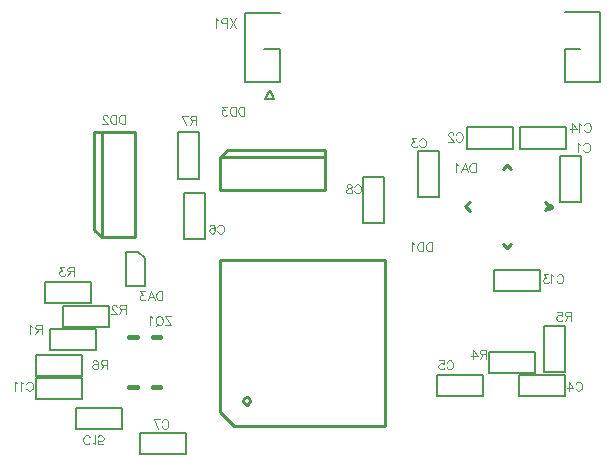
<source format=gbo>
G04 Rezonit PCAD EXPORT*
G04 layer position = 5*
G04 layer base position = 5*
G04 layer type = 7*
G04 layer flash color = 13*
G04 layer line color = 13*
G04*
G04  File:            M_RPL_9092_R1.GBO, Thu Sep 14 14:30:10 2023*
G04  Source:          P-CAD 2006 PCB, Version 19.02.958, (S:\Ïðîåêòû\GIT\R_DX_DXE_âçðûâîçàùèùåííûé_ïóëüò\Pcb\Pcad\M_Rpl_9092_r1.pcb)*
G04  Format:          Gerber Format (RS-274-D), ASCII*
G04*
G04  Format Options:  Absolute Positioning*
G04                   Leading-Zero Suppression*
G04                   Scale Factor 1:1*
G04                   NO Circular Interpolation*
G04                   Millimeter Units*
G04                   Numeric Format: 4.4 (XXXX.XXXX)*
G04                   G54 NOT Used for Aperture Change*
G04                   Apertures Embedded*
G04*
G04  File Options:    Offset = (0.000mm,0.000mm)*
G04                   Drill Symbol Size = 0.000mm*
G04                   No Pad/Via Holes*
G04*
G04  File Contents:   No Pads*
G04                   No Vias*
G04                   Designators*
G04                   No Types*
G04                   No Values*
G04                   No Drill Symbols*
G04                   Bot Silk*
G04*
%INM_RPL_9092_R1.GBO*%
%ICAS*%
%MOMM*%
G04*
G04  Aperture MACROs for general use --- invoked via D-code assignment *
G04*
G04  General MACRO for flashed round with rotation and/or offset hole *
%AMROTOFFROUND*
1,1,$1,0.0000,0.0000*
1,0,$2,$3,$4*%
G04*
G04  General MACRO for flashed oval (obround) with rotation and/or offset hole *
%AMROTOFFOVAL*
21,1,$1,$2,0.0000,0.0000,$3*
1,1,$4,$5,$6*
1,1,$4,0-$5,0-$6*
1,0,$7,$8,$9*%
G04*
G04  General MACRO for flashed oval (obround) with rotation and no hole *
%AMROTOVALNOHOLE*
21,1,$1,$2,0.0000,0.0000,$3*
1,1,$4,$5,$6*
1,1,$4,0-$5,0-$6*%
G04*
G04  General MACRO for flashed rectangle with rotation and/or offset hole *
%AMROTOFFRECT*
21,1,$1,$2,0.0000,0.0000,$3*
1,0,$4,$5,$6*%
G04*
G04  General MACRO for flashed rectangle with rotation and no hole *
%AMROTRECTNOHOLE*
21,1,$1,$2,0.0000,0.0000,$3*%
G04*
G04  General MACRO for flashed rounded-rectangle *
%AMROUNDRECT*
21,1,$1,$2-$4,0.0000,0.0000,$3*
21,1,$1-$4,$2,0.0000,0.0000,$3*
1,1,$4,$5,$6*
1,1,$4,$7,$8*
1,1,$4,0-$5,0-$6*
1,1,$4,0-$7,0-$8*
1,0,$9,$10,$11*%
G04*
G04  General MACRO for flashed rounded-rectangle with rotation and no hole *
%AMROUNDRECTNOHOLE*
21,1,$1,$2-$4,0.0000,0.0000,$3*
21,1,$1-$4,$2,0.0000,0.0000,$3*
1,1,$4,$5,$6*
1,1,$4,$7,$8*
1,1,$4,0-$5,0-$6*
1,1,$4,0-$7,0-$8*%
G04*
G04  General MACRO for flashed regular polygon *
%AMREGPOLY*
5,1,$1,0.0000,0.0000,$2,$3+$4*
1,0,$5,$6,$7*%
G04*
G04  General MACRO for flashed regular polygon with no hole *
%AMREGPOLYNOHOLE*
5,1,$1,0.0000,0.0000,$2,$3+$4*%
G04*
G04  General MACRO for target *
%AMTARGET*
6,0,0,$1,$2,$3,4,$4,$5,$6*%
G04*
G04  General MACRO for mounting hole *
%AMMTHOLE*
1,1,$1,0,0*
1,0,$2,0,0*
$1=$1-$2*
$1=$1/2*
21,1,$2+$1,$3,0,0,$4*
21,1,$3,$2+$1,0,0,$4*%
G04*
G04*
G04  D10 : "Ellipse X0.001mm Y0.001mm H0.000mm 0.0deg (0.000mm,0.000mm) Draw"*
G04  Disc: OuterDia=0.0010*
%ADD10C, 0.0010*%
G04  D11 : "Ellipse X0.254mm Y0.254mm H0.000mm 0.0deg (0.000mm,0.000mm) Draw"*
G04  Disc: OuterDia=0.2540*
%ADD11C, 0.2540*%
G04  D12 : "Ellipse X0.381mm Y0.381mm H0.000mm 0.0deg (0.000mm,0.000mm) Draw"*
G04  Disc: OuterDia=0.3810*
%ADD12C, 0.3810*%
G04  D13 : "Ellipse X0.400mm Y0.400mm H0.000mm 0.0deg (0.000mm,0.000mm) Draw"*
G04  Disc: OuterDia=0.4000*
%ADD13C, 0.4000*%
G04  D14 : "Ellipse X0.100mm Y0.100mm H0.000mm 0.0deg (0.000mm,0.000mm) Draw"*
G04  Disc: OuterDia=0.1000*
%ADD14C, 0.1000*%
G04  D15 : "Ellipse X1.000mm Y1.000mm H0.000mm 0.0deg (0.000mm,0.000mm) Draw"*
G04  Disc: OuterDia=1.0000*
%ADD15C, 1.0000*%
G04  D16 : "Ellipse X0.127mm Y0.127mm H0.000mm 0.0deg (0.000mm,0.000mm) Draw"*
G04  Disc: OuterDia=0.1270*
%ADD16C, 0.1270*%
G04  D17 : "Ellipse X0.150mm Y0.150mm H0.000mm 0.0deg (0.000mm,0.000mm) Draw"*
G04  Disc: OuterDia=0.1500*
%ADD17C, 0.1500*%
G04  D18 : "Ellipse X0.154mm Y0.154mm H0.000mm 0.0deg (0.000mm,0.000mm) Draw"*
G04  Disc: OuterDia=0.1540*
%ADD18C, 0.1540*%
G04  D19 : "Ellipse X0.200mm Y0.200mm H0.000mm 0.0deg (0.000mm,0.000mm) Draw"*
G04  Disc: OuterDia=0.2000*
%ADD19C, 0.2000*%
G04  D20 : "Ellipse X0.250mm Y0.250mm H0.000mm 0.0deg (0.000mm,0.000mm) Draw"*
G04  Disc: OuterDia=0.2500*
%ADD20C, 0.2500*%
G04  D21 : "Ellipse X3.152mm Y3.152mm H0.000mm 0.0deg (0.000mm,0.000mm) Flash"*
G04  Disc: OuterDia=3.1520*
%ADD21C, 3.1520*%
G04  D22 : "Ellipse X0.952mm Y0.952mm H0.000mm 0.0deg (0.000mm,0.000mm) Flash"*
G04  Disc: OuterDia=0.9520*
%ADD22C, 0.9520*%
G04  D23 : "Ellipse X1.524mm Y1.524mm H0.000mm 0.0deg (0.000mm,0.000mm) Flash"*
G04  Disc: OuterDia=1.5240*
%ADD23C, 1.5240*%
G04  D24 : "Ellipse X1.600mm Y1.600mm H0.000mm 0.0deg (0.000mm,0.000mm) Flash"*
G04  Disc: OuterDia=1.6000*
%ADD24C, 1.6000*%
G04  D25 : "Ellipse X1.676mm Y1.676mm H0.000mm 0.0deg (0.000mm,0.000mm) Flash"*
G04  Disc: OuterDia=1.6760*
%ADD25C, 1.6760*%
G04  D26 : "Ellipse X1.752mm Y1.752mm H0.000mm 0.0deg (0.000mm,0.000mm) Flash"*
G04  Disc: OuterDia=1.7520*
%ADD26C, 1.7520*%
G04  D27 : "Mounting Hole X3.000mm Y3.000mm H0.000mm 0.0deg (0.000mm,0.000mm) Flash"*
G04  Mounting Hole: Diameter=3.0000, Rotation=0.0, LineWidth=0.1270 *
%ADD27MTHOLE, 3.0000 X2.4920 X0.1270 X0.0*%
G04  D28 : "Mounting Hole X0.800mm Y0.800mm H0.000mm 0.0deg (0.000mm,0.000mm) Flash"*
G04  Mounting Hole: Diameter=0.8000, Rotation=0.0, LineWidth=0.1270 *
%ADD28MTHOLE, 0.8000 X0.2920 X0.1270 X0.0*%
G04  D29 : "Oval X0.500mm Y2.600mm H0.000mm 0.0deg (0.000mm,0.000mm) Flash"*
G04  Obround: DimX=0.5000, DimY=2.6000, Rotation=0.0, OffsetX=0.0000, OffsetY=0.0000, HoleDia=0.0000 *
%ADD29O, 0.5000 X2.6000*%
G04  D30 : "Oval X0.652mm Y2.752mm H0.000mm 0.0deg (0.000mm,0.000mm) Flash"*
G04  Obround: DimX=0.6520, DimY=2.7520, Rotation=0.0, OffsetX=0.0000, OffsetY=0.0000, HoleDia=0.0000 *
%ADD30O, 0.6520 X2.7520*%
G04  D31 : "Oval X0.280mm Y1.000mm H0.000mm 135.0deg (0.000mm,0.000mm) Flash"*
G04  Obround: DimX=0.2800, DimY=1.0000, Rotation=135.0, OffsetX=0.0000, OffsetY=0.0000, HoleDia=0.0000 *
%ADD31ROTOVALNOHOLE, 0.2800 X0.7200 X135.0 X0.2800 X0.2546 X0.2546*%
G04  D32 : "Oval X0.280mm Y1.000mm H0.000mm 225.0deg (0.000mm,0.000mm) Flash"*
G04  Obround: DimX=0.2800, DimY=1.0000, Rotation=225.0, OffsetX=0.0000, OffsetY=0.0000, HoleDia=0.0000 *
%ADD32ROTOVALNOHOLE, 0.2800 X0.7200 X225.0 X0.2800 X-0.2546 X0.2546*%
G04  D33 : "Oval X0.432mm Y1.152mm H0.000mm 135.0deg (0.000mm,0.000mm) Flash"*
G04  Obround: DimX=0.4320, DimY=1.1520, Rotation=135.0, OffsetX=0.0000, OffsetY=0.0000, HoleDia=0.0000 *
%ADD33ROTOVALNOHOLE, 0.4320 X0.7200 X135.0 X0.4320 X0.2546 X0.2546*%
G04  D34 : "Oval X0.432mm Y1.152mm H0.000mm 225.0deg (0.000mm,0.000mm) Flash"*
G04  Obround: DimX=0.4320, DimY=1.1520, Rotation=225.0, OffsetX=0.0000, OffsetY=0.0000, HoleDia=0.0000 *
%ADD34ROTOVALNOHOLE, 0.4320 X0.7200 X225.0 X0.4320 X-0.2546 X0.2546*%
G04  D35 : "Oval X2.032mm Y0.660mm H0.000mm 0.0deg (0.000mm,0.000mm) Flash"*
G04  Obround: DimX=2.0320, DimY=0.6604, Rotation=0.0, OffsetX=0.0000, OffsetY=0.0000, HoleDia=0.0000 *
%ADD35O, 2.0320 X0.6604*%
G04  D36 : "Oval X0.660mm Y2.032mm H0.000mm 0.0deg (0.000mm,0.000mm) Flash"*
G04  Obround: DimX=0.6604, DimY=2.0320, Rotation=0.0, OffsetX=0.0000, OffsetY=0.0000, HoleDia=0.0000 *
%ADD36O, 0.6604 X2.0320*%
G04  D37 : "Oval X2.184mm Y0.812mm H0.000mm 0.0deg (0.000mm,0.000mm) Flash"*
G04  Obround: DimX=2.1840, DimY=0.8124, Rotation=0.0, OffsetX=0.0000, OffsetY=0.0000, HoleDia=0.0000 *
%ADD37O, 2.1840 X0.8124*%
G04  D38 : "Oval X0.812mm Y2.184mm H0.000mm 0.0deg (0.000mm,0.000mm) Flash"*
G04  Obround: DimX=0.8124, DimY=2.1840, Rotation=0.0, OffsetX=0.0000, OffsetY=0.0000, HoleDia=0.0000 *
%ADD38O, 0.8124 X2.1840*%
G04  D39 : "Rounded Rectangle X3.200mm Y3.200mm H0.000mm 225.0deg (0.000mm,0.000mm) Flash"*
G04  RoundRct: DimX=3.2000, DimY=3.2000, CornerRad=0.8000, Rotation=225.0, OffsetX=0.0000, OffsetY=0.0000, HoleDia=0.0000 *
%ADD39ROUNDRECTNOHOLE, 3.2000 X3.2000 X225.0 X1.6000 X0.0000 X1.1314 X1.1314 X-0.0000*%
G04  D40 : "Rounded Rectangle X3.352mm Y3.352mm H0.000mm 225.0deg (0.000mm,0.000mm) Flash"*
G04  RoundRct: DimX=3.3520, DimY=3.3520, CornerRad=0.8380, Rotation=225.0, OffsetX=0.0000, OffsetY=0.0000, HoleDia=0.0000 *
%ADD40ROUNDRECTNOHOLE, 3.3520 X3.3520 X225.0 X1.6760 X0.0000 X1.1851 X1.1851 X-0.0000*%
G04  D41 : "Rounded Rectangle X1.500mm Y0.660mm H0.000mm 0.0deg (0.000mm,0.000mm) Flash"*
G04  RoundRct: DimX=1.5000, DimY=0.6604, CornerRad=0.1651, Rotation=0.0, OffsetX=0.0000, OffsetY=0.0000, HoleDia=0.0000 *
%ADD41ROUNDRECTNOHOLE, 1.5000 X0.6604 X0.0 X0.3302 X-0.5849 X-0.1651 X-0.5849 X0.1651*%
G04  D42 : "Rounded Rectangle X1.652mm Y0.812mm H0.000mm 0.0deg (0.000mm,0.000mm) Flash"*
G04  RoundRct: DimX=1.6520, DimY=0.8124, CornerRad=0.2031, Rotation=0.0, OffsetX=0.0000, OffsetY=0.0000, HoleDia=0.0000 *
%ADD42ROUNDRECTNOHOLE, 1.6520 X0.8124 X0.0 X0.4062 X-0.6229 X-0.2031 X-0.6229 X0.2031*%
G04  D43 : "Rectangle X0.500mm Y2.600mm H0.000mm 0.0deg (0.000mm,0.000mm) Flash"*
G04  Rectangular: DimX=0.5000, DimY=2.6000, Rotation=0.0, OffsetX=0.0000, OffsetY=0.0000, HoleDia=0.0000 *
%ADD43R, 0.5000 X2.6000*%
G04  D44 : "Rectangle X0.652mm Y2.752mm H0.000mm 0.0deg (0.000mm,0.000mm) Flash"*
G04  Rectangular: DimX=0.6520, DimY=2.7520, Rotation=0.0, OffsetX=0.0000, OffsetY=0.0000, HoleDia=0.0000 *
%ADD44R, 0.6520 X2.7520*%
G04  D45 : "Rectangle X0.280mm Y1.000mm H0.000mm 225.0deg (0.000mm,0.000mm) Flash"*
G04  Rectangular: DimX=0.2800, DimY=1.0000, Rotation=225.0, OffsetX=0.0000, OffsetY=0.0000, HoleDia=0.0000 *
%ADD45ROTRECTNOHOLE, 0.2800 X1.0000 X225.0*%
G04  D46 : "Rectangle X2.150mm Y3.500mm H0.000mm 0.0deg (0.000mm,0.000mm) Flash"*
G04  Rectangular: DimX=2.1500, DimY=3.5000, Rotation=0.0, OffsetX=0.0000, OffsetY=0.0000, HoleDia=0.0000 *
%ADD46R, 2.1500 X3.5000*%
G04  D47 : "Rectangle X2.302mm Y3.652mm H0.000mm 0.0deg (0.000mm,0.000mm) Flash"*
G04  Rectangular: DimX=2.3020, DimY=3.6520, Rotation=0.0, OffsetX=0.0000, OffsetY=0.0000, HoleDia=0.0000 *
%ADD47R, 2.3020 X3.6520*%
G04  D48 : "Rectangle X0.402mm Y1.752mm H0.000mm 0.0deg (0.000mm,0.000mm) Flash"*
G04  Rectangular: DimX=0.4020, DimY=1.7520, Rotation=0.0, OffsetX=0.0000, OffsetY=0.0000, HoleDia=0.0000 *
%ADD48R, 0.4020 X1.7520*%
G04  D49 : "Rectangle X1.752mm Y0.402mm H0.000mm 0.0deg (0.000mm,0.000mm) Flash"*
G04  Rectangular: DimX=1.7520, DimY=0.4020, Rotation=0.0, OffsetX=0.0000, OffsetY=0.0000, HoleDia=0.0000 *
%ADD49R, 1.7520 X0.4020*%
G04  D50 : "Rectangle X0.432mm Y1.152mm H0.000mm 225.0deg (0.000mm,0.000mm) Flash"*
G04  Rectangular: DimX=0.4320, DimY=1.1520, Rotation=225.0, OffsetX=0.0000, OffsetY=0.0000, HoleDia=0.0000 *
%ADD50ROTRECTNOHOLE, 0.4320 X1.1520 X225.0*%
G04  D51 : "Rectangle X1.100mm Y4.600mm H0.000mm 0.0deg (0.000mm,0.000mm) Flash"*
G04  Rectangular: DimX=1.1000, DimY=4.6000, Rotation=0.0, OffsetX=0.0000, OffsetY=0.0000, HoleDia=0.0000 *
%ADD51R, 1.1000 X4.6000*%
G04  D52 : "Rectangle X1.252mm Y4.752mm H0.000mm 0.0deg (0.000mm,0.000mm) Flash"*
G04  Rectangular: DimX=1.2520, DimY=4.7520, Rotation=0.0, OffsetX=0.0000, OffsetY=0.0000, HoleDia=0.0000 *
%ADD52R, 1.2520 X4.7520*%
G04  D53 : "Rectangle X1.100mm Y1.200mm H0.000mm 0.0deg (0.000mm,0.000mm) Flash"*
G04  Rectangular: DimX=1.1000, DimY=1.2000, Rotation=0.0, OffsetX=0.0000, OffsetY=0.0000, HoleDia=0.0000 *
%ADD53R, 1.1000 X1.2000*%
G04  D54 : "Rectangle X1.200mm Y1.100mm H0.000mm 0.0deg (0.000mm,0.000mm) Flash"*
G04  Rectangular: DimX=1.2000, DimY=1.1000, Rotation=0.0, OffsetX=0.0000, OffsetY=0.0000, HoleDia=0.0000 *
%ADD54R, 1.2000 X1.1000*%
G04  D55 : "Rectangle X2.150mm Y1.100mm H0.000mm 0.0deg (0.000mm,0.000mm) Flash"*
G04  Rectangular: DimX=2.1500, DimY=1.1000, Rotation=0.0, OffsetX=0.0000, OffsetY=0.0000, HoleDia=0.0000 *
%ADD55R, 2.1500 X1.1000*%
G04  D56 : "Rectangle X2.150mm Y1.100mm H0.000mm 0.0deg (0.000mm,0.000mm) Flash"*
G04  Rectangular: DimX=2.1500, DimY=1.1000, Rotation=0.0, OffsetX=0.0000, OffsetY=0.0000, HoleDia=0.0000 *
%ADD56R, 2.1500 X1.1000*%
G04  D57 : "Rectangle X1.200mm Y1.200mm H0.000mm 0.0deg (0.000mm,0.000mm) Flash"*
G04  Square: Side=1.2000, Rotation=0.0, OffsetX=0.0000, OffsetY=0.0000, HoleDia=0.0000*
%ADD57R, 1.2000 X1.2000*%
G04  D58 : "Rectangle X1.252mm Y1.352mm H0.000mm 0.0deg (0.000mm,0.000mm) Flash"*
G04  Rectangular: DimX=1.2520, DimY=1.3520, Rotation=0.0, OffsetX=0.0000, OffsetY=0.0000, HoleDia=0.0000 *
%ADD58R, 1.2520 X1.3520*%
G04  D59 : "Rectangle X1.352mm Y1.252mm H0.000mm 0.0deg (0.000mm,0.000mm) Flash"*
G04  Rectangular: DimX=1.3520, DimY=1.2520, Rotation=0.0, OffsetX=0.0000, OffsetY=0.0000, HoleDia=0.0000 *
%ADD59R, 1.3520 X1.2520*%
G04  D60 : "Rectangle X2.302mm Y1.252mm H0.000mm 0.0deg (0.000mm,0.000mm) Flash"*
G04  Rectangular: DimX=2.3020, DimY=1.2520, Rotation=0.0, OffsetX=0.0000, OffsetY=0.0000, HoleDia=0.0000 *
%ADD60R, 2.3020 X1.2520*%
G04  D61 : "Rectangle X2.302mm Y1.252mm H0.000mm 0.0deg (0.000mm,0.000mm) Flash"*
G04  Rectangular: DimX=2.3020, DimY=1.2520, Rotation=0.0, OffsetX=0.0000, OffsetY=0.0000, HoleDia=0.0000 *
%ADD61R, 2.3020 X1.2520*%
G04  D62 : "Rectangle X1.352mm Y1.352mm H0.000mm 0.0deg (0.000mm,0.000mm) Flash"*
G04  Square: Side=1.3520, Rotation=0.0, OffsetX=0.0000, OffsetY=0.0000, HoleDia=0.0000*
%ADD62R, 1.3520 X1.3520*%
G04  D63 : "Rectangle X1.500mm Y0.660mm H0.000mm 0.0deg (0.000mm,0.000mm) Flash"*
G04  Rectangular: DimX=1.5000, DimY=0.6604, Rotation=0.0, OffsetX=0.0000, OffsetY=0.0000, HoleDia=0.0000 *
%ADD63R, 1.5000 X0.6604*%
G04  D64 : "Rectangle X1.600mm Y1.600mm H0.000mm 0.0deg (0.000mm,0.000mm) Flash"*
G04  Square: Side=1.6000, Rotation=0.0, OffsetX=0.0000, OffsetY=0.0000, HoleDia=0.0000*
%ADD64R, 1.6000 X1.6000*%
G04  D65 : "Rectangle X1.652mm Y0.812mm H0.000mm 0.0deg (0.000mm,0.000mm) Flash"*
G04  Rectangular: DimX=1.6520, DimY=0.8124, Rotation=0.0, OffsetX=0.0000, OffsetY=0.0000, HoleDia=0.0000 *
%ADD65R, 1.6520 X0.8124*%
G04  D66 : "Rectangle X1.752mm Y1.752mm H0.000mm 0.0deg (0.000mm,0.000mm) Flash"*
G04  Square: Side=1.7520, Rotation=0.0, OffsetX=0.0000, OffsetY=0.0000, HoleDia=0.0000*
%ADD66R, 1.7520 X1.7520*%
G04  D67 : "Rectangle X2.032mm Y0.660mm H0.000mm 0.0deg (0.000mm,0.000mm) Flash"*
G04  Rectangular: DimX=2.0320, DimY=0.6604, Rotation=0.0, OffsetX=0.0000, OffsetY=0.0000, HoleDia=0.0000 *
%ADD67R, 2.0320 X0.6604*%
G04  D68 : "Rectangle X0.660mm Y2.032mm H0.000mm 0.0deg (0.000mm,0.000mm) Flash"*
G04  Rectangular: DimX=0.6604, DimY=2.0320, Rotation=0.0, OffsetX=0.0000, OffsetY=0.0000, HoleDia=0.0000 *
%ADD68R, 0.6604 X2.0320*%
G04  D69 : "Rectangle X2.184mm Y0.812mm H0.000mm 0.0deg (0.000mm,0.000mm) Flash"*
G04  Rectangular: DimX=2.1840, DimY=0.8124, Rotation=0.0, OffsetX=0.0000, OffsetY=0.0000, HoleDia=0.0000 *
%ADD69R, 2.1840 X0.8124*%
G04  D70 : "Rectangle X0.812mm Y2.184mm H0.000mm 0.0deg (0.000mm,0.000mm) Flash"*
G04  Rectangular: DimX=0.8124, DimY=2.1840, Rotation=0.0, OffsetX=0.0000, OffsetY=0.0000, HoleDia=0.0000 *
%ADD70R, 0.8124 X2.1840*%
G04  D71 : "Rectangle X1.600mm Y2.200mm H0.000mm 0.0deg (0.000mm,0.000mm) Flash"*
G04  Rectangular: DimX=1.6000, DimY=2.2000, Rotation=0.0, OffsetX=0.0000, OffsetY=0.0000, HoleDia=0.0000 *
%ADD71R, 1.6000 X2.2000*%
G04  D72 : "Rectangle X0.250mm Y1.600mm H0.000mm 0.0deg (0.000mm,0.000mm) Flash"*
G04  Rectangular: DimX=0.2500, DimY=1.6000, Rotation=0.0, OffsetX=0.0000, OffsetY=0.0000, HoleDia=0.0000 *
%ADD72R, 0.2500 X1.6000*%
G04  D73 : "Rectangle X1.600mm Y0.250mm H0.000mm 0.0deg (0.000mm,0.000mm) Flash"*
G04  Rectangular: DimX=1.6000, DimY=0.2500, Rotation=0.0, OffsetX=0.0000, OffsetY=0.0000, HoleDia=0.0000 *
%ADD73R, 1.6000 X0.2500*%
G04  D74 : "Rectangle X1.800mm Y2.400mm H0.000mm 0.0deg (0.000mm,0.000mm) Flash"*
G04  Rectangular: DimX=1.8000, DimY=2.4000, Rotation=0.0, OffsetX=0.0000, OffsetY=0.0000, HoleDia=0.0000 *
%ADD74R, 1.8000 X2.4000*%
G04  D75 : "Ellipse X1.000mm Y1.000mm H0.000mm 0.0deg (0.000mm,0.000mm) Flash"*
G04  Disc: OuterDia=1.0000*
%ADD75C, 1.0000*%
G04  D76 : "Ellipse X1.152mm Y1.152mm H0.000mm 0.0deg (0.000mm,0.000mm) Flash"*
G04  Disc: OuterDia=1.1520*
%ADD76C, 1.1520*%
G04*
%FSLAX44Y44*%
%SFA1B1*%
%OFA0.000B0.000*%
G04*
G71*
G90*
G01*
D2*
%LNBot Silk*%
D17*
X6688500Y10188000*
Y10206000D1*
X6649500D2*
Y10188000D1*
X6688500*
Y10206000D2*
X6649500D1*
D2*
D14*
X6641642Y10200682*
X6642007Y10201412D1*
X6642738Y10202142*
X6643468Y10202507*
X6644928*
X6645658Y10202142*
X6646388Y10201412*
X6646753Y10200682*
X6647118Y10199587*
Y10197761*
X6646753Y10196666*
X6646388Y10195936*
X6645658Y10195206*
X6644928Y10194841*
X6643468*
X6642738Y10195206*
X6642007Y10195936*
X6641642Y10196666*
X6638722Y10201047D2*
X6637992Y10201412D1*
X6636896Y10202507*
Y10194841*
X6633976Y10201047D2*
X6633246Y10201412D1*
X6632150Y10202507*
Y10194841*
D2*
D17*
X6661500Y10247000*
Y10229000D1*
X6700500D2*
Y10247000D1*
X6661500*
Y10229000D2*
X6700500D1*
D2*
D14*
X6654419Y10246915*
X6651104D1*
X6649999Y10247283*
X6649631Y10247651*
X6649263Y10248388*
Y10249125*
X6649631Y10249861*
X6649999Y10250229*
X6651104Y10250598*
X6654419*
Y10242863*
X6651841Y10246915D2*
X6649263Y10242863D1*
X6646316Y10249125D2*
X6645580Y10249493D1*
X6644475Y10250598*
Y10242863*
D2*
D17*
X6737940Y10159280*
Y10141280D1*
X6776940D2*
Y10159280D1*
X6737940*
Y10141280D2*
X6776940D1*
D2*
D14*
X6756366Y10168716*
X6756733Y10169449D1*
X6757466Y10170182*
X6758199Y10170548*
X6759665*
X6760398Y10170182*
X6761131Y10169449*
X6761498Y10168716*
X6761864Y10167616*
Y10165783*
X6761498Y10164684*
X6761131Y10163951*
X6760398Y10163218*
X6759665Y10162851*
X6758199*
X6757466Y10163218*
X6756733Y10163951*
X6756366Y10164684*
X6753067Y10162851D2*
X6749402Y10170548D1*
X6754533*
D2*
D17*
X6657500Y10287000*
Y10269000D1*
X6696500D2*
Y10287000D1*
X6657500*
Y10269000D2*
X6696500D1*
D2*
D14*
X6681498Y10295883*
X6678199D1*
X6677099Y10296249*
X6676733Y10296616*
X6676366Y10297349*
Y10298082*
X6676733Y10298815*
X6677099Y10299182*
X6678199Y10299548*
X6681498*
Y10291851*
X6678932Y10295883D2*
X6676366Y10291851D1*
X6673800Y10299548D2*
X6669768D1*
X6671968Y10296616*
X6670868*
X6670135Y10296249*
X6669768Y10295883*
X6669402Y10294783*
Y10294050*
X6669768Y10292951*
X6670501Y10292218*
X6671601Y10291851*
X6672701*
X6673800Y10292218*
X6674167Y10292584*
X6674533Y10293317*
D2*
D13*
X6754858Y10240272*
X6748858D1*
X6754858Y10198272D2*
X6748858D1*
X6734858Y10240272D2*
X6728858D1*
X6734858Y10198272D2*
X6728858D1*
D2*
D14*
X6763908Y10258013*
X6758811D1*
X6763908Y10250369*
X6758811*
X6754807Y10258013D2*
X6755535Y10257649D1*
X6756263Y10256921*
X6756627Y10256193*
X6756991Y10255101*
Y10253281*
X6756627Y10252189*
X6756263Y10251461*
X6755535Y10250733*
X6754807Y10250369*
X6753351*
X6752623Y10250733*
X6751895Y10251461*
X6751531Y10252189*
X6751167Y10253281*
Y10255101*
X6751531Y10256193*
X6751895Y10256921*
X6752623Y10257649*
X6753351Y10258013*
X6754807*
X6753715Y10251825D2*
X6751531Y10249641D1*
X6748255Y10256557D2*
X6747527Y10256921D1*
X6746435Y10258013*
Y10250369*
D2*
D18*
X6741888Y10283124*
Y10307000D1*
X6725886Y10283124D2*
X6741888D1*
X6725886Y10312080D2*
Y10283124D1*
X6741888Y10307000D2*
X6736300Y10312080D1*
X6725886*
D2*
D14*
X6756546Y10278996*
Y10271365D1*
X6754002*
X6752912Y10271728*
X6752185Y10272455*
X6751822Y10273182*
X6751458Y10274272*
Y10276089*
X6751822Y10277179*
X6752185Y10277906*
X6752912Y10278633*
X6754002Y10278996*
X6756546*
X6744554Y10271365D2*
X6747461Y10278996D1*
X6750368Y10271365*
X6749278Y10273909D2*
X6745644D1*
X6742010Y10278996D2*
X6738012D1*
X6740193Y10276089*
X6739103*
X6738376Y10275726*
X6738012Y10275362*
X6737649Y10274272*
Y10273545*
X6738012Y10272455*
X6738739Y10271728*
X6739829Y10271365*
X6740920*
X6742010Y10271728*
X6742373Y10272092*
X6742737Y10272818*
D2*
D17*
X7033500Y10228000*
Y10210000D1*
X7072500D2*
Y10228000D1*
X7033500*
Y10210000D2*
X7072500D1*
D2*
D14*
X7030677Y10225879*
X7027380D1*
X7026281Y10226245*
X7025915Y10226611*
X7025549Y10227344*
Y10228076*
X7025915Y10228809*
X7026281Y10229175*
X7027380Y10229542*
X7030677*
Y10221849*
X7028113Y10225879D2*
X7025549Y10221849D1*
X7020054D2*
Y10229542D1*
X7023717Y10224413*
X7018223*
D2*
D17*
X6973000Y10358500*
X6991000D1*
Y10397500D2*
X6973000D1*
Y10358500*
X6991000D2*
Y10397500D1*
D2*
D14*
X6974366Y10406716*
X6974733Y10407449D1*
X6975466Y10408182*
X6976199Y10408548*
X6977665*
X6978398Y10408182*
X6979131Y10407449*
X6979498Y10406716*
X6979864Y10405616*
Y10403783*
X6979498Y10402684*
X6979131Y10401951*
X6978398Y10401218*
X6977665Y10400851*
X6976199*
X6975466Y10401218*
X6974733Y10401951*
X6974366Y10402684*
X6971800Y10408548D2*
X6967768D1*
X6969968Y10405616*
X6968868*
X6968135Y10405249*
X6967768Y10404883*
X6967402Y10403783*
Y10403050*
X6967768Y10401951*
X6968501Y10401218*
X6969601Y10400851*
X6970701*
X6971800Y10401218*
X6972167Y10401584*
X6972533Y10402317*
D2*
D17*
X7093000Y10354500*
X7111000D1*
Y10393500D2*
X7093000D1*
Y10354500*
X7111000D2*
Y10393500D1*
D2*
D14*
X7113263Y10402756*
X7113631Y10403493D1*
X7114368Y10404229*
X7115104Y10404598*
X7116578*
X7117314Y10404229*
X7118051Y10403493*
X7118419Y10402756*
X7118787Y10401651*
Y10399810*
X7118419Y10398705*
X7118051Y10397968*
X7117314Y10397232*
X7116578Y10396863*
X7115104*
X7114368Y10397232*
X7113631Y10397968*
X7113263Y10398705*
X7110316Y10403125D2*
X7109580Y10403493D1*
X7108475Y10404598*
Y10396863*
D2*
D17*
X6683819Y10180044*
Y10162044D1*
X6722819D2*
Y10180044D1*
X6683819*
Y10162044D2*
X6722819D1*
D2*
D14*
X6695268Y10151338*
X6694904Y10150610D1*
X6694176Y10149882*
X6693448Y10149518*
X6691991*
X6691263Y10149882*
X6690535Y10150610*
X6690170Y10151338*
X6689806Y10152431*
Y10154252*
X6690170Y10155344*
X6690535Y10156072*
X6691263Y10156801*
X6691991Y10157165*
X6693448*
X6694176Y10156801*
X6694904Y10156072*
X6695268Y10155344*
X6698182Y10150974D2*
X6698910Y10150610D1*
X6700002Y10149518*
Y10157165*
X6706193Y10149518D2*
X6702551D1*
X6702187Y10152795*
X6702551Y10152431*
X6703644Y10152067*
X6704736*
X6705829Y10152431*
X6706557Y10153159*
X6706921Y10154252*
Y10154980*
X6706557Y10156072*
X6705829Y10156801*
X6704736Y10157165*
X6703644*
X6702551Y10156801*
X6702187Y10156437*
X6701823Y10155708*
D2*
D17*
X6672500Y10267000*
Y10249000D1*
X6711500D2*
Y10267000D1*
X6672500*
Y10249000D2*
X6711500D1*
D2*
D14*
X6725498Y10263883*
X6722199D1*
X6721099Y10264249*
X6720733Y10264616*
X6720366Y10265349*
Y10266082*
X6720733Y10266815*
X6721099Y10267182*
X6722199Y10267548*
X6725498*
Y10259851*
X6722932Y10263883D2*
X6720366Y10259851D1*
X6718167Y10265716D2*
Y10266082D1*
X6717800Y10266815*
X6717434Y10267182*
X6716701Y10267548*
X6715235*
X6714501Y10267182*
X6714135Y10266815*
X6713768Y10266082*
Y10265349*
X6714135Y10264616*
X6714868Y10263516*
X6718533Y10259851*
X6713402*
D2*
D17*
X6788000Y10413500*
X6770000D1*
Y10374500D2*
X6788000D1*
Y10413500*
X6770000D2*
Y10374500D1*
D2*
D14*
X6785498Y10423883*
X6782199D1*
X6781099Y10424249*
X6780733Y10424616*
X6780366Y10425349*
Y10426082*
X6780733Y10426815*
X6781099Y10427182*
X6782199Y10427548*
X6785498*
Y10419851*
X6782932Y10423883D2*
X6780366Y10419851D1*
X6777067D2*
X6773402Y10427548D1*
X6778533*
D2*
D17*
X7098862Y10399775*
Y10417775D1*
X7059862D2*
Y10399775D1*
X7098862*
Y10417775D2*
X7059862D1*
D2*
D14*
X7113912Y10419657*
X7114276Y10420385D1*
X7115004Y10421113*
X7115732Y10421478*
X7117188*
X7117916Y10421113*
X7118644Y10420385*
X7119008Y10419657*
X7119372Y10418565*
Y10416745*
X7119008Y10415653*
X7118644Y10414925*
X7117916Y10414197*
X7117188Y10413833*
X7115732*
X7115004Y10414197*
X7114276Y10414925*
X7113912Y10415653*
X7111000Y10420021D2*
X7110272Y10420385D1*
X7109179Y10421478*
Y10413833*
X7103719D2*
Y10421478D1*
X7107359Y10416381*
X7101899*
D2*
D17*
X6688500Y10207000*
Y10225000D1*
X6649500D2*
Y10207000D1*
X6688500*
Y10225000D2*
X6649500D1*
D2*
D14*
X6709498Y10216883*
X6706199D1*
X6705099Y10217249*
X6704733Y10217616*
X6704366Y10218349*
Y10219082*
X6704733Y10219815*
X6705099Y10220182*
X6706199Y10220548*
X6709498*
Y10212851*
X6706932Y10216883D2*
X6704366Y10212851D1*
X6697768Y10219449D2*
X6698135Y10220182D1*
X6699235Y10220548*
X6699968*
X6701067Y10220182*
X6701800Y10219082*
X6702167Y10217249*
Y10215417*
X6701800Y10213951*
X6701067Y10213218*
X6699968Y10212851*
X6699601*
X6698501Y10213218*
X6697768Y10213951*
X6697402Y10215050*
Y10215417*
X6697768Y10216516*
X6698501Y10217249*
X6699601Y10217616*
X6699968*
X6701067Y10217249*
X6701800Y10216516*
X6702167Y10215417*
D2*
D11*
X6817113Y10165174*
X6805113Y10177174D1*
X6828113Y10183174D2*
X6830234Y10184052D1*
X6831113Y10186174*
X6830234Y10188295*
X6828113Y10189174*
X6825991Y10188295*
X6825113Y10186174*
X6825991Y10184052*
X6828113Y10183174*
X6945113Y10165174D2*
X6817113D1*
X6945113Y10305174D2*
X6805113D1*
Y10177174*
X6945113Y10305174D2*
Y10165174D1*
D2*
D14*
X6985008Y10320478*
Y10312833D1*
X6982460*
X6981368Y10313197*
X6980640Y10313925*
X6980276Y10314653*
X6979912Y10315745*
Y10317565*
X6980276Y10318657*
X6980640Y10319385*
X6981368Y10320113*
X6982460Y10320478*
X6985008*
X6977728D2*
Y10312833D1*
X6975179*
X6974087Y10313197*
X6973359Y10313925*
X6972995Y10314653*
X6972631Y10315745*
Y10317565*
X6972995Y10318657*
X6973359Y10319385*
X6974087Y10320113*
X6975179Y10320478*
X6977728*
X6969719Y10319021D2*
X6968991Y10319385D1*
X6967899Y10320478*
Y10312833*
D2*
D17*
X7028500Y10190000*
Y10208000D1*
X6989500D2*
Y10190000D1*
X7028500*
Y10208000D2*
X6989500D1*
D2*
D14*
X6997366Y10218716*
X6997733Y10219449D1*
X6998466Y10220182*
X6999199Y10220548*
X7000665*
X7001398Y10220182*
X7002131Y10219449*
X7002498Y10218716*
X7002864Y10217616*
Y10215783*
X7002498Y10214684*
X7002131Y10213951*
X7001398Y10213218*
X7000665Y10212851*
X6999199*
X6998466Y10213218*
X6997733Y10213951*
X6997366Y10214684*
X6991135Y10220548D2*
X6994800D1*
X6995167Y10217249*
X6994800Y10217616*
X6993701Y10217983*
X6992601*
X6991501Y10217616*
X6990768Y10216883*
X6990402Y10215783*
Y10215050*
X6990768Y10213951*
X6991501Y10213218*
X6992601Y10212851*
X6993701*
X6994800Y10213218*
X6995167Y10213584*
X6995533Y10214317*
D2*
D17*
X6775000Y10323500*
X6793000D1*
Y10362500D2*
X6775000D1*
Y10323500*
X6793000D2*
Y10362500D1*
D2*
D14*
X6803366Y10333716*
X6803733Y10334449D1*
X6804466Y10335182*
X6805199Y10335548*
X6806665*
X6807398Y10335182*
X6808131Y10334449*
X6808498Y10333716*
X6808864Y10332616*
Y10330783*
X6808498Y10329684*
X6808131Y10328951*
X6807398Y10328218*
X6806665Y10327851*
X6805199*
X6804466Y10328218*
X6803733Y10328951*
X6803366Y10329684*
X6796768Y10334449D2*
X6797135Y10335182D1*
X6798235Y10335548*
X6798968*
X6800067Y10335182*
X6800800Y10334082*
X6801167Y10332249*
Y10330417*
X6800800Y10328951*
X6800067Y10328218*
X6798968Y10327851*
X6798601*
X6797501Y10328218*
X6796768Y10328951*
X6796402Y10330050*
Y10330417*
X6796768Y10331516*
X6797501Y10332249*
X6798601Y10332616*
X6798968*
X6800067Y10332249*
X6800800Y10331516*
X6801167Y10330417*
D2*
D17*
X6944574Y10376043*
X6926574D1*
Y10337043D2*
X6944574D1*
Y10376043*
X6926574D2*
Y10337043D1*
D2*
D14*
X6919366Y10367716*
X6919733Y10368449D1*
X6920466Y10369182*
X6921199Y10369548*
X6922665*
X6923398Y10369182*
X6924131Y10368449*
X6924498Y10367716*
X6924864Y10366616*
Y10364783*
X6924498Y10363684*
X6924131Y10362951*
X6923398Y10362218*
X6922665Y10361851*
X6921199*
X6920466Y10362218*
X6919733Y10362951*
X6919366Y10363684*
X6915701Y10369548D2*
X6916800Y10369182D1*
X6917167Y10368449*
Y10367716*
X6916800Y10366983*
X6916067Y10366616*
X6914601Y10366249*
X6913501Y10365883*
X6912768Y10365150*
X6912402Y10364417*
Y10363317*
X6912768Y10362584*
X6913135Y10362218*
X6914235Y10361851*
X6915701*
X6916800Y10362218*
X6917167Y10362584*
X6917533Y10363317*
Y10364417*
X6917167Y10365150*
X6916434Y10365883*
X6915334Y10366249*
X6913868Y10366616*
X6913135Y10366983*
X6912768Y10367716*
Y10368449*
X6913135Y10369182*
X6914235Y10369548*
X6915701*
D2*
D17*
X7058500Y10208000*
Y10190000D1*
X7097500D2*
Y10208000D1*
X7058500*
Y10190000D2*
X7097500D1*
D2*
D14*
X7106549Y10200710*
X7106915Y10201443D1*
X7107648Y10202175*
X7108380Y10202542*
X7109846*
X7110578Y10202175*
X7111311Y10201443*
X7111677Y10200710*
X7112043Y10199611*
Y10197780*
X7111677Y10196681*
X7111311Y10195948*
X7110578Y10195216*
X7109846Y10194849*
X7108380*
X7107648Y10195216*
X7106915Y10195948*
X7106549Y10196681*
X7101054Y10194849D2*
Y10202542D1*
X7104717Y10197413*
X7099223*
D2*
D17*
X7080000Y10210500*
X7098000D1*
Y10249500D2*
X7080000D1*
Y10210500*
X7098000D2*
Y10249500D1*
D2*
D14*
X7102498Y10257883*
X7099199D1*
X7098099Y10258249*
X7097733Y10258616*
X7097366Y10259349*
Y10260082*
X7097733Y10260815*
X7098099Y10261182*
X7099199Y10261548*
X7102498*
Y10253851*
X7099932Y10257883D2*
X7097366Y10253851D1*
X7091135Y10261548D2*
X7094800D1*
X7095167Y10258249*
X7094800Y10258616*
X7093701Y10258983*
X7092601*
X7091501Y10258616*
X7090768Y10257883*
X7090402Y10256783*
Y10256050*
X7090768Y10254951*
X7091501Y10254218*
X7092601Y10253851*
X7093701*
X7094800Y10254218*
X7095167Y10254584*
X7095533Y10255317*
D2*
D11*
X6812000Y10398840*
X6805650Y10392490D1*
X6894550*
Y10398840D2*
X6812000D1*
X6805650Y10364550D2*
X6894550D1*
Y10398840*
X6805650Y10392490D2*
Y10364550D1*
D2*
D14*
X6826082Y10435458*
Y10427828D1*
X6823539*
X6822449Y10428192*
X6821722Y10428918*
X6821359Y10429645*
X6820996Y10430735*
Y10432551*
X6821359Y10433641*
X6821722Y10434368*
X6822449Y10435094*
X6823539Y10435458*
X6826082*
X6818816D2*
Y10427828D1*
X6816273*
X6815183Y10428192*
X6814456Y10428918*
X6814093Y10429645*
X6813730Y10430735*
Y10432551*
X6814093Y10433641*
X6814456Y10434368*
X6815183Y10435094*
X6816273Y10435458*
X6818816*
X6811187D2*
X6807190D1*
X6809370Y10432551*
X6808280*
X6807554Y10432188*
X6807190Y10431825*
X6806827Y10430735*
Y10430008*
X6807190Y10428918*
X6807917Y10428192*
X6809007Y10427828*
X6810097*
X6811187Y10428192*
X6811550Y10428555*
X6811913Y10429282*
D2*
D17*
X7014484Y10417762*
Y10399762D1*
X7053484D2*
Y10417762D1*
X7014484*
Y10399762D2*
X7053484D1*
D2*
D14*
X7005366Y10411716*
X7005733Y10412449D1*
X7006466Y10413182*
X7007199Y10413548*
X7008665*
X7009398Y10413182*
X7010131Y10412449*
X7010498Y10411716*
X7010864Y10410616*
Y10408783*
X7010498Y10407684*
X7010131Y10406951*
X7009398Y10406218*
X7008665Y10405851*
X7007199*
X7006466Y10406218*
X7005733Y10406951*
X7005366Y10407684*
X7003167Y10411716D2*
Y10412082D1*
X7002800Y10412815*
X7002434Y10413182*
X7001701Y10413548*
X7000235*
X6999501Y10413182*
X6999135Y10412815*
X6998768Y10412082*
Y10411349*
X6999135Y10410616*
X6999868Y10409516*
X7003533Y10405851*
X6998402*
D2*
D17*
X7037500Y10297000*
Y10279000D1*
X7076500D2*
Y10297000D1*
X7037500*
Y10279000D2*
X7076500D1*
D2*
D14*
X7090731Y10291661*
X7091095Y10292389D1*
X7091823Y10293117*
X7092551Y10293481*
X7094008*
X7094736Y10293117*
X7095465Y10292389*
X7095829Y10291661*
X7096193Y10290568*
Y10288747*
X7095829Y10287655*
X7095465Y10286927*
X7094736Y10286198*
X7094008Y10285834*
X7092551*
X7091823Y10286198*
X7091095Y10286927*
X7090731Y10287655*
X7087818Y10292025D2*
X7087089Y10292389D1*
X7085997Y10293481*
Y10285834*
X7083448Y10293481D2*
X7079442D1*
X7081627Y10290568*
X7080535*
X7079806Y10290204*
X7079442Y10289840*
X7079078Y10288747*
Y10288019*
X7079442Y10286927*
X7080171Y10286198*
X7081263Y10285834*
X7082355*
X7083448Y10286198*
X7083812Y10286563*
X7084176Y10287291*
D2*
D11*
X7052127Y10382687*
X7048592Y10386223D1*
X7045056Y10382687*
X7013237Y10350867D2*
X7016772Y10347332D1*
Y10354403D2*
X7013237Y10350867D1*
X7080765Y10347685D2*
X7083947Y10350867D1*
X7080412Y10354403*
D2*
D13*
X7084371Y10349736*
X7086044Y10350184D1*
X7084820Y10351409*
X7084371Y10349736*
D2*
D11*
X7045410Y10318694*
X7048592Y10315512D1*
X7052127Y10319047*
D2*
D14*
X7021829Y10387481*
Y10379834D1*
X7019280*
X7018187Y10380198*
X7017459Y10380927*
X7017095Y10381655*
X7016731Y10382747*
Y10384568*
X7017095Y10385661*
X7017459Y10386389*
X7018187Y10387117*
X7019280Y10387481*
X7021829*
X7009812Y10379834D2*
X7012725Y10387481D1*
X7015638Y10379834*
X7014546Y10382383D2*
X7010904D1*
X7006899Y10386025D2*
X7006171Y10386389D1*
X7005078Y10387481*
Y10379834*
D2*
D19*
X6851600Y10441600*
X6847600Y10449600D1*
X6843600Y10441600D2*
X6847600Y10449600D1*
X6843600Y10441600D2*
X6851600D1*
X6856000Y10456400D2*
X6827000D1*
X6856000Y10484400D2*
Y10456400D1*
Y10484400D2*
X6843000D1*
X7098000D2*
Y10456400D1*
X7127000D2*
X7098000D1*
X7110000Y10484400D2*
X7098000D1*
X6856000Y10514400D2*
X6827000D1*
X7127000Y10515400D2*
X7098000D1*
X6827000Y10514400D2*
Y10456400D1*
X7127000Y10515400D2*
Y10456400D1*
D2*
D14*
X6818907Y10510017*
X6813809Y10502370D1*
Y10510017D2*
X6818907Y10502370D1*
X6811624Y10506011D2*
X6808347D1*
X6807255Y10506376*
X6806890Y10506740*
X6806526Y10507468*
Y10508560*
X6806890Y10509289*
X6807255Y10509653*
X6808347Y10510017*
X6811624*
Y10502370*
X6803613Y10508560D2*
X6802885Y10508925D1*
X6801792Y10510017*
Y10502370*
D2*
D11*
X6699160Y10331000*
X6705510Y10324650D1*
Y10413550*
X6699160D2*
Y10331000D1*
X6733450Y10324650D2*
Y10413550D1*
X6699160*
X6705510Y10324650D2*
X6733450D1*
D2*
D14*
X6725082Y10428458*
Y10420828D1*
X6722539*
X6721449Y10421192*
X6720722Y10421918*
X6720359Y10422645*
X6719996Y10423735*
Y10425551*
X6720359Y10426641*
X6720722Y10427368*
X6721449Y10428094*
X6722539Y10428458*
X6725082*
X6717816D2*
Y10420828D1*
X6715273*
X6714183Y10421192*
X6713456Y10421918*
X6713093Y10422645*
X6712730Y10423735*
Y10425551*
X6713093Y10426641*
X6713456Y10427368*
X6714183Y10428094*
X6715273Y10428458*
X6717816*
X6710550Y10426641D2*
Y10427004D1*
X6710187Y10427731*
X6709823Y10428094*
X6709097Y10428458*
X6707644*
X6706917Y10428094*
X6706554Y10427731*
X6706190Y10427004*
Y10426278*
X6706554Y10425551*
X6707280Y10424461*
X6710913Y10420828*
X6705827*
D02M02*

</source>
